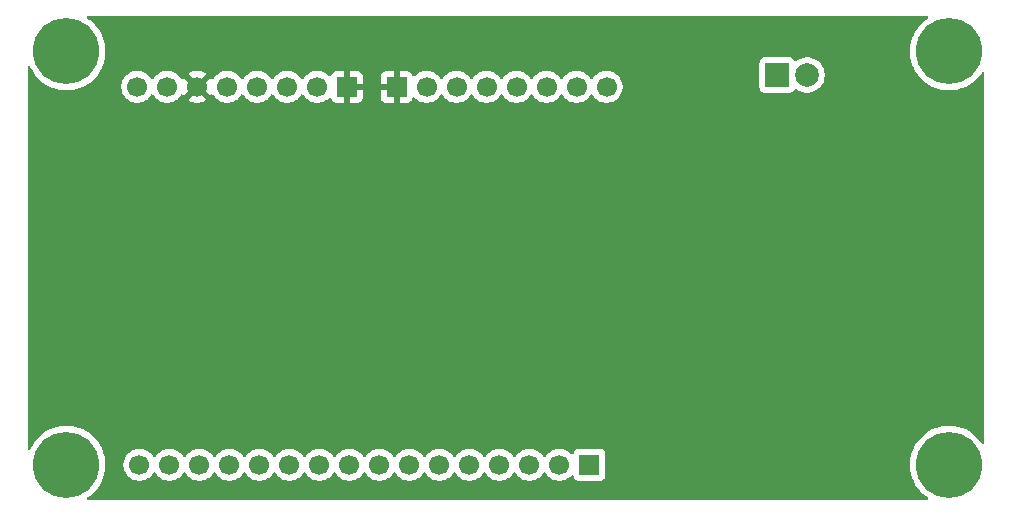
<source format=gbr>
%TF.GenerationSoftware,KiCad,Pcbnew,9.0.3*%
%TF.CreationDate,2025-07-17T21:40:03-07:00*%
%TF.ProjectId,DAQ_dev_board,4441515f-6465-4765-9f62-6f6172642e6b,rev?*%
%TF.SameCoordinates,Original*%
%TF.FileFunction,Copper,L2,Bot*%
%TF.FilePolarity,Positive*%
%FSLAX46Y46*%
G04 Gerber Fmt 4.6, Leading zero omitted, Abs format (unit mm)*
G04 Created by KiCad (PCBNEW 9.0.3) date 2025-07-17 21:40:03*
%MOMM*%
%LPD*%
G01*
G04 APERTURE LIST*
%TA.AperFunction,ComponentPad*%
%ADD10R,1.700000X1.700000*%
%TD*%
%TA.AperFunction,ComponentPad*%
%ADD11C,1.700000*%
%TD*%
%TA.AperFunction,ComponentPad*%
%ADD12R,2.000000X2.000000*%
%TD*%
%TA.AperFunction,ComponentPad*%
%ADD13C,2.000000*%
%TD*%
%TA.AperFunction,ComponentPad*%
%ADD14C,5.600000*%
%TD*%
%TA.AperFunction,ViaPad*%
%ADD15C,0.600000*%
%TD*%
G04 APERTURE END LIST*
D10*
%TO.P,J3,1,Pin_1*%
%TO.N,GND*%
X142960000Y-86500000D03*
D11*
%TO.P,J3,2,Pin_2*%
%TO.N,Net-(J3-Pin_2)*%
X145500000Y-86500000D03*
%TO.P,J3,3,Pin_3*%
%TO.N,Net-(J3-Pin_3)*%
X148040000Y-86500000D03*
%TO.P,J3,4,Pin_4*%
%TO.N,Net-(J3-Pin_4)*%
X150580000Y-86500000D03*
%TO.P,J3,5,Pin_5*%
%TO.N,Net-(J3-Pin_5)*%
X153120000Y-86500000D03*
%TO.P,J3,6,Pin_6*%
%TO.N,Net-(J3-Pin_6)*%
X155660000Y-86500000D03*
%TO.P,J3,7,Pin_7*%
%TO.N,Net-(J3-Pin_7)*%
X158200000Y-86500000D03*
%TO.P,J3,8,Pin_8*%
%TO.N,Net-(J3-Pin_8)*%
X160740000Y-86500000D03*
%TD*%
D10*
%TO.P,J2,1,Pin_1*%
%TO.N,Net-(J2-Pin_1)*%
X159285000Y-118500000D03*
D11*
%TO.P,J2,2,Pin_2*%
%TO.N,Net-(J2-Pin_2)*%
X156745000Y-118500000D03*
%TO.P,J2,3,Pin_3*%
%TO.N,Net-(J2-Pin_3)*%
X154205000Y-118500000D03*
%TO.P,J2,4,Pin_4*%
%TO.N,Net-(J2-Pin_4)*%
X151665000Y-118500000D03*
%TO.P,J2,5,Pin_5*%
%TO.N,Net-(J2-Pin_5)*%
X149125000Y-118500000D03*
%TO.P,J2,6,Pin_6*%
%TO.N,Net-(J2-Pin_6)*%
X146585000Y-118500000D03*
%TO.P,J2,7,Pin_7*%
%TO.N,Net-(J2-Pin_7)*%
X144045000Y-118500000D03*
%TO.P,J2,8,Pin_8*%
%TO.N,Net-(J2-Pin_8)*%
X141505000Y-118500000D03*
%TO.P,J2,9,Pin_9*%
%TO.N,Net-(J2-Pin_9)*%
X138965000Y-118500000D03*
%TO.P,J2,10,Pin_10*%
%TO.N,Net-(J2-Pin_10)*%
X136425000Y-118500000D03*
%TO.P,J2,11,Pin_11*%
%TO.N,Net-(J2-Pin_11)*%
X133885000Y-118500000D03*
%TO.P,J2,12,Pin_12*%
%TO.N,Net-(J2-Pin_12)*%
X131345000Y-118500000D03*
%TO.P,J2,13,Pin_13*%
%TO.N,Net-(J2-Pin_13)*%
X128805000Y-118500000D03*
%TO.P,J2,14,Pin_14*%
%TO.N,Net-(J2-Pin_14)*%
X126265000Y-118500000D03*
%TO.P,J2,15,Pin_15*%
%TO.N,Net-(J2-Pin_15)*%
X123725000Y-118500000D03*
%TO.P,J2,16,Pin_16*%
%TO.N,Net-(J2-Pin_16)*%
X121185000Y-118500000D03*
%TD*%
D12*
%TO.P,J1,1,Pin_1*%
%TO.N,/+*%
X175185000Y-85500000D03*
D13*
%TO.P,J1,2,Pin_2*%
%TO.N,/-*%
X177725000Y-85500000D03*
%TD*%
D14*
%TO.P,REF\u002A\u002A,1*%
%TO.N,N/C*%
X115000000Y-83500000D03*
%TD*%
D10*
%TO.P,J5,1,Pin_1*%
%TO.N,GND*%
X138780000Y-86500000D03*
D11*
%TO.P,J5,2,Pin_2*%
%TO.N,Net-(J5-Pin_2)*%
X136240000Y-86500000D03*
%TO.P,J5,3,Pin_3*%
%TO.N,Net-(J5-Pin_3)*%
X133700000Y-86500000D03*
%TO.P,J5,4,Pin_4*%
%TO.N,Net-(J5-Pin_4)*%
X131160000Y-86500000D03*
%TO.P,J5,5,Pin_5*%
%TO.N,Net-(J5-Pin_5)*%
X128620000Y-86500000D03*
%TO.P,J5,6,Pin_6*%
%TO.N,GND*%
X126080000Y-86500000D03*
%TO.P,J5,7,Pin_7*%
%TO.N,+5V*%
X123540000Y-86500000D03*
%TO.P,J5,8,Pin_8*%
%TO.N,Net-(J5-Pin_8)*%
X121000000Y-86500000D03*
%TD*%
D14*
%TO.P,REF\u002A\u002A,1*%
%TO.N,N/C*%
X189725000Y-83500000D03*
%TD*%
%TO.P,REF\u002A\u002A,1*%
%TO.N,N/C*%
X189725000Y-118500000D03*
%TD*%
%TO.P,MAD 2025,1*%
%TO.N,N/C*%
X115000000Y-118500000D03*
%TD*%
D15*
%TO.N,GND*%
X146225000Y-103000000D03*
X126500000Y-89000000D03*
X145225000Y-98500000D03*
X166450000Y-103500000D03*
X173761200Y-116405000D03*
X161775000Y-97250000D03*
X161775000Y-102750000D03*
X185275000Y-99000000D03*
X181275000Y-97000000D03*
X156775000Y-106500000D03*
X151500000Y-95500000D03*
X163500000Y-83000000D03*
X168675000Y-92000000D03*
X141000000Y-86500000D03*
X170675000Y-97000000D03*
X169285991Y-116678474D03*
X135225000Y-101500000D03*
X185275000Y-102000000D03*
X149725000Y-112550000D03*
X166500000Y-106500000D03*
%TD*%
%TA.AperFunction,Conductor*%
%TO.N,GND*%
G36*
X187897054Y-80510043D02*
G01*
X187929721Y-80519005D01*
X187930490Y-80519861D01*
X187931593Y-80520185D01*
X187953749Y-80545754D01*
X187976411Y-80570983D01*
X187976595Y-80572120D01*
X187977348Y-80572989D01*
X187982168Y-80606511D01*
X187987587Y-80639953D01*
X187987128Y-80641007D01*
X187987292Y-80642147D01*
X187973207Y-80672988D01*
X187959701Y-80704017D01*
X187958575Y-80705028D01*
X187958267Y-80705703D01*
X187933445Y-80727602D01*
X187756532Y-80845811D01*
X187756518Y-80845821D01*
X187505841Y-81051546D01*
X187276546Y-81280841D01*
X187070821Y-81531518D01*
X187070811Y-81531532D01*
X186890657Y-81801151D01*
X186890646Y-81801169D01*
X186737788Y-82087145D01*
X186737786Y-82087150D01*
X186613686Y-82386752D01*
X186519548Y-82697086D01*
X186519545Y-82697097D01*
X186456287Y-83015125D01*
X186456284Y-83015142D01*
X186424500Y-83337860D01*
X186424500Y-83662139D01*
X186456284Y-83984857D01*
X186456287Y-83984874D01*
X186519545Y-84302902D01*
X186519548Y-84302913D01*
X186613686Y-84613247D01*
X186737786Y-84912849D01*
X186737788Y-84912854D01*
X186890646Y-85198830D01*
X186890657Y-85198848D01*
X187070811Y-85468467D01*
X187070821Y-85468481D01*
X187276546Y-85719158D01*
X187505841Y-85948453D01*
X187505846Y-85948457D01*
X187505847Y-85948458D01*
X187756524Y-86154183D01*
X188026158Y-86334347D01*
X188026167Y-86334352D01*
X188026169Y-86334353D01*
X188312145Y-86487211D01*
X188312147Y-86487211D01*
X188312153Y-86487215D01*
X188611754Y-86611314D01*
X188922077Y-86705449D01*
X188922083Y-86705450D01*
X188922086Y-86705451D01*
X188922097Y-86705454D01*
X189121528Y-86745122D01*
X189240132Y-86768714D01*
X189562857Y-86800500D01*
X189562860Y-86800500D01*
X189887140Y-86800500D01*
X189887143Y-86800500D01*
X190209868Y-86768714D01*
X190372493Y-86736366D01*
X190527902Y-86705454D01*
X190527913Y-86705451D01*
X190527913Y-86705450D01*
X190527923Y-86705449D01*
X190838246Y-86611314D01*
X191137847Y-86487215D01*
X191423842Y-86334347D01*
X191693476Y-86154183D01*
X191944153Y-85948458D01*
X192173458Y-85719153D01*
X192379183Y-85468476D01*
X192497398Y-85291554D01*
X192551010Y-85246749D01*
X192620335Y-85238042D01*
X192683362Y-85268196D01*
X192720082Y-85327639D01*
X192724500Y-85360445D01*
X192724500Y-116639554D01*
X192704815Y-116706593D01*
X192652011Y-116752348D01*
X192582853Y-116762292D01*
X192519297Y-116733267D01*
X192497398Y-116708445D01*
X192379188Y-116531532D01*
X192379183Y-116531524D01*
X192173458Y-116280847D01*
X192173457Y-116280846D01*
X192173453Y-116280841D01*
X191944158Y-116051546D01*
X191693481Y-115845821D01*
X191693480Y-115845820D01*
X191693476Y-115845817D01*
X191423842Y-115665653D01*
X191423837Y-115665650D01*
X191423830Y-115665646D01*
X191137854Y-115512788D01*
X191137849Y-115512786D01*
X190838247Y-115388686D01*
X190527913Y-115294548D01*
X190527902Y-115294545D01*
X190209874Y-115231287D01*
X190209857Y-115231284D01*
X189965812Y-115207248D01*
X189887143Y-115199500D01*
X189562857Y-115199500D01*
X189490099Y-115206666D01*
X189240142Y-115231284D01*
X189240125Y-115231287D01*
X188922097Y-115294545D01*
X188922086Y-115294548D01*
X188611752Y-115388686D01*
X188312150Y-115512786D01*
X188312145Y-115512788D01*
X188026169Y-115665646D01*
X188026151Y-115665657D01*
X187756532Y-115845811D01*
X187756518Y-115845821D01*
X187505841Y-116051546D01*
X187276546Y-116280841D01*
X187070821Y-116531518D01*
X187070811Y-116531532D01*
X186890657Y-116801151D01*
X186890646Y-116801169D01*
X186737788Y-117087145D01*
X186737786Y-117087150D01*
X186613686Y-117386752D01*
X186519548Y-117697086D01*
X186519545Y-117697097D01*
X186456287Y-118015125D01*
X186456284Y-118015142D01*
X186424500Y-118337860D01*
X186424500Y-118662139D01*
X186456284Y-118984857D01*
X186456287Y-118984874D01*
X186519545Y-119302902D01*
X186519548Y-119302913D01*
X186613686Y-119613247D01*
X186737786Y-119912849D01*
X186737788Y-119912854D01*
X186890646Y-120198830D01*
X186890657Y-120198848D01*
X187070811Y-120468467D01*
X187070821Y-120468481D01*
X187276546Y-120719158D01*
X187505841Y-120948453D01*
X187505846Y-120948457D01*
X187505847Y-120948458D01*
X187756524Y-121154183D01*
X187933445Y-121272398D01*
X187978250Y-121326010D01*
X187986957Y-121395335D01*
X187956803Y-121458362D01*
X187897360Y-121495082D01*
X187864554Y-121499500D01*
X116860446Y-121499500D01*
X116793407Y-121479815D01*
X116747652Y-121427011D01*
X116737708Y-121357853D01*
X116766733Y-121294297D01*
X116791555Y-121272398D01*
X116968476Y-121154183D01*
X117219153Y-120948458D01*
X117448458Y-120719153D01*
X117654183Y-120468476D01*
X117834347Y-120198842D01*
X117987215Y-119912847D01*
X118111314Y-119613246D01*
X118205449Y-119302923D01*
X118205451Y-119302913D01*
X118205454Y-119302902D01*
X118262041Y-119018414D01*
X118268714Y-118984868D01*
X118300500Y-118662143D01*
X118300500Y-118393713D01*
X119834500Y-118393713D01*
X119834500Y-118606287D01*
X119867754Y-118816243D01*
X119922540Y-118984857D01*
X119933444Y-119018414D01*
X120029951Y-119207820D01*
X120154890Y-119379786D01*
X120305213Y-119530109D01*
X120477179Y-119655048D01*
X120477181Y-119655049D01*
X120477184Y-119655051D01*
X120666588Y-119751557D01*
X120868757Y-119817246D01*
X121078713Y-119850500D01*
X121078714Y-119850500D01*
X121291286Y-119850500D01*
X121291287Y-119850500D01*
X121501243Y-119817246D01*
X121703412Y-119751557D01*
X121892816Y-119655051D01*
X121979138Y-119592335D01*
X122064786Y-119530109D01*
X122064788Y-119530106D01*
X122064792Y-119530104D01*
X122215104Y-119379792D01*
X122215106Y-119379788D01*
X122215109Y-119379786D01*
X122340048Y-119207820D01*
X122340047Y-119207820D01*
X122340051Y-119207816D01*
X122344514Y-119199054D01*
X122392488Y-119148259D01*
X122460308Y-119131463D01*
X122526444Y-119153999D01*
X122565486Y-119199056D01*
X122569951Y-119207820D01*
X122694890Y-119379786D01*
X122845213Y-119530109D01*
X123017179Y-119655048D01*
X123017181Y-119655049D01*
X123017184Y-119655051D01*
X123206588Y-119751557D01*
X123408757Y-119817246D01*
X123618713Y-119850500D01*
X123618714Y-119850500D01*
X123831286Y-119850500D01*
X123831287Y-119850500D01*
X124041243Y-119817246D01*
X124243412Y-119751557D01*
X124432816Y-119655051D01*
X124519138Y-119592335D01*
X124604786Y-119530109D01*
X124604788Y-119530106D01*
X124604792Y-119530104D01*
X124755104Y-119379792D01*
X124755106Y-119379788D01*
X124755109Y-119379786D01*
X124880048Y-119207820D01*
X124880047Y-119207820D01*
X124880051Y-119207816D01*
X124884514Y-119199054D01*
X124932488Y-119148259D01*
X125000308Y-119131463D01*
X125066444Y-119153999D01*
X125105486Y-119199056D01*
X125109951Y-119207820D01*
X125234890Y-119379786D01*
X125385213Y-119530109D01*
X125557179Y-119655048D01*
X125557181Y-119655049D01*
X125557184Y-119655051D01*
X125746588Y-119751557D01*
X125948757Y-119817246D01*
X126158713Y-119850500D01*
X126158714Y-119850500D01*
X126371286Y-119850500D01*
X126371287Y-119850500D01*
X126581243Y-119817246D01*
X126783412Y-119751557D01*
X126972816Y-119655051D01*
X127059138Y-119592335D01*
X127144786Y-119530109D01*
X127144788Y-119530106D01*
X127144792Y-119530104D01*
X127295104Y-119379792D01*
X127295106Y-119379788D01*
X127295109Y-119379786D01*
X127420048Y-119207820D01*
X127420047Y-119207820D01*
X127420051Y-119207816D01*
X127424514Y-119199054D01*
X127472488Y-119148259D01*
X127540308Y-119131463D01*
X127606444Y-119153999D01*
X127645486Y-119199056D01*
X127649951Y-119207820D01*
X127774890Y-119379786D01*
X127925213Y-119530109D01*
X128097179Y-119655048D01*
X128097181Y-119655049D01*
X128097184Y-119655051D01*
X128286588Y-119751557D01*
X128488757Y-119817246D01*
X128698713Y-119850500D01*
X128698714Y-119850500D01*
X128911286Y-119850500D01*
X128911287Y-119850500D01*
X129121243Y-119817246D01*
X129323412Y-119751557D01*
X129512816Y-119655051D01*
X129599138Y-119592335D01*
X129684786Y-119530109D01*
X129684788Y-119530106D01*
X129684792Y-119530104D01*
X129835104Y-119379792D01*
X129835106Y-119379788D01*
X129835109Y-119379786D01*
X129960048Y-119207820D01*
X129960047Y-119207820D01*
X129960051Y-119207816D01*
X129964514Y-119199054D01*
X130012488Y-119148259D01*
X130080308Y-119131463D01*
X130146444Y-119153999D01*
X130185486Y-119199056D01*
X130189951Y-119207820D01*
X130314890Y-119379786D01*
X130465213Y-119530109D01*
X130637179Y-119655048D01*
X130637181Y-119655049D01*
X130637184Y-119655051D01*
X130826588Y-119751557D01*
X131028757Y-119817246D01*
X131238713Y-119850500D01*
X131238714Y-119850500D01*
X131451286Y-119850500D01*
X131451287Y-119850500D01*
X131661243Y-119817246D01*
X131863412Y-119751557D01*
X132052816Y-119655051D01*
X132139138Y-119592335D01*
X132224786Y-119530109D01*
X132224788Y-119530106D01*
X132224792Y-119530104D01*
X132375104Y-119379792D01*
X132375106Y-119379788D01*
X132375109Y-119379786D01*
X132500048Y-119207820D01*
X132500047Y-119207820D01*
X132500051Y-119207816D01*
X132504514Y-119199054D01*
X132552488Y-119148259D01*
X132620308Y-119131463D01*
X132686444Y-119153999D01*
X132725486Y-119199056D01*
X132729951Y-119207820D01*
X132854890Y-119379786D01*
X133005213Y-119530109D01*
X133177179Y-119655048D01*
X133177181Y-119655049D01*
X133177184Y-119655051D01*
X133366588Y-119751557D01*
X133568757Y-119817246D01*
X133778713Y-119850500D01*
X133778714Y-119850500D01*
X133991286Y-119850500D01*
X133991287Y-119850500D01*
X134201243Y-119817246D01*
X134403412Y-119751557D01*
X134592816Y-119655051D01*
X134679138Y-119592335D01*
X134764786Y-119530109D01*
X134764788Y-119530106D01*
X134764792Y-119530104D01*
X134915104Y-119379792D01*
X134915106Y-119379788D01*
X134915109Y-119379786D01*
X135040048Y-119207820D01*
X135040047Y-119207820D01*
X135040051Y-119207816D01*
X135044514Y-119199054D01*
X135092488Y-119148259D01*
X135160308Y-119131463D01*
X135226444Y-119153999D01*
X135265486Y-119199056D01*
X135269951Y-119207820D01*
X135394890Y-119379786D01*
X135545213Y-119530109D01*
X135717179Y-119655048D01*
X135717181Y-119655049D01*
X135717184Y-119655051D01*
X135906588Y-119751557D01*
X136108757Y-119817246D01*
X136318713Y-119850500D01*
X136318714Y-119850500D01*
X136531286Y-119850500D01*
X136531287Y-119850500D01*
X136741243Y-119817246D01*
X136943412Y-119751557D01*
X137132816Y-119655051D01*
X137219138Y-119592335D01*
X137304786Y-119530109D01*
X137304788Y-119530106D01*
X137304792Y-119530104D01*
X137455104Y-119379792D01*
X137455106Y-119379788D01*
X137455109Y-119379786D01*
X137580048Y-119207820D01*
X137580047Y-119207820D01*
X137580051Y-119207816D01*
X137584514Y-119199054D01*
X137632488Y-119148259D01*
X137700308Y-119131463D01*
X137766444Y-119153999D01*
X137805486Y-119199056D01*
X137809951Y-119207820D01*
X137934890Y-119379786D01*
X138085213Y-119530109D01*
X138257179Y-119655048D01*
X138257181Y-119655049D01*
X138257184Y-119655051D01*
X138446588Y-119751557D01*
X138648757Y-119817246D01*
X138858713Y-119850500D01*
X138858714Y-119850500D01*
X139071286Y-119850500D01*
X139071287Y-119850500D01*
X139281243Y-119817246D01*
X139483412Y-119751557D01*
X139672816Y-119655051D01*
X139759138Y-119592335D01*
X139844786Y-119530109D01*
X139844788Y-119530106D01*
X139844792Y-119530104D01*
X139995104Y-119379792D01*
X139995106Y-119379788D01*
X139995109Y-119379786D01*
X140120048Y-119207820D01*
X140120047Y-119207820D01*
X140120051Y-119207816D01*
X140124514Y-119199054D01*
X140172488Y-119148259D01*
X140240308Y-119131463D01*
X140306444Y-119153999D01*
X140345486Y-119199056D01*
X140349951Y-119207820D01*
X140474890Y-119379786D01*
X140625213Y-119530109D01*
X140797179Y-119655048D01*
X140797181Y-119655049D01*
X140797184Y-119655051D01*
X140986588Y-119751557D01*
X141188757Y-119817246D01*
X141398713Y-119850500D01*
X141398714Y-119850500D01*
X141611286Y-119850500D01*
X141611287Y-119850500D01*
X141821243Y-119817246D01*
X142023412Y-119751557D01*
X142212816Y-119655051D01*
X142299138Y-119592335D01*
X142384786Y-119530109D01*
X142384788Y-119530106D01*
X142384792Y-119530104D01*
X142535104Y-119379792D01*
X142535106Y-119379788D01*
X142535109Y-119379786D01*
X142660048Y-119207820D01*
X142660047Y-119207820D01*
X142660051Y-119207816D01*
X142664514Y-119199054D01*
X142712488Y-119148259D01*
X142780308Y-119131463D01*
X142846444Y-119153999D01*
X142885486Y-119199056D01*
X142889951Y-119207820D01*
X143014890Y-119379786D01*
X143165213Y-119530109D01*
X143337179Y-119655048D01*
X143337181Y-119655049D01*
X143337184Y-119655051D01*
X143526588Y-119751557D01*
X143728757Y-119817246D01*
X143938713Y-119850500D01*
X143938714Y-119850500D01*
X144151286Y-119850500D01*
X144151287Y-119850500D01*
X144361243Y-119817246D01*
X144563412Y-119751557D01*
X144752816Y-119655051D01*
X144839138Y-119592335D01*
X144924786Y-119530109D01*
X144924788Y-119530106D01*
X144924792Y-119530104D01*
X145075104Y-119379792D01*
X145075106Y-119379788D01*
X145075109Y-119379786D01*
X145200048Y-119207820D01*
X145200047Y-119207820D01*
X145200051Y-119207816D01*
X145204514Y-119199054D01*
X145252488Y-119148259D01*
X145320308Y-119131463D01*
X145386444Y-119153999D01*
X145425486Y-119199056D01*
X145429951Y-119207820D01*
X145554890Y-119379786D01*
X145705213Y-119530109D01*
X145877179Y-119655048D01*
X145877181Y-119655049D01*
X145877184Y-119655051D01*
X146066588Y-119751557D01*
X146268757Y-119817246D01*
X146478713Y-119850500D01*
X146478714Y-119850500D01*
X146691286Y-119850500D01*
X146691287Y-119850500D01*
X146901243Y-119817246D01*
X147103412Y-119751557D01*
X147292816Y-119655051D01*
X147379138Y-119592335D01*
X147464786Y-119530109D01*
X147464788Y-119530106D01*
X147464792Y-119530104D01*
X147615104Y-119379792D01*
X147615106Y-119379788D01*
X147615109Y-119379786D01*
X147740048Y-119207820D01*
X147740047Y-119207820D01*
X147740051Y-119207816D01*
X147744514Y-119199054D01*
X147792488Y-119148259D01*
X147860308Y-119131463D01*
X147926444Y-119153999D01*
X147965486Y-119199056D01*
X147969951Y-119207820D01*
X148094890Y-119379786D01*
X148245213Y-119530109D01*
X148417179Y-119655048D01*
X148417181Y-119655049D01*
X148417184Y-119655051D01*
X148606588Y-119751557D01*
X148808757Y-119817246D01*
X149018713Y-119850500D01*
X149018714Y-119850500D01*
X149231286Y-119850500D01*
X149231287Y-119850500D01*
X149441243Y-119817246D01*
X149643412Y-119751557D01*
X149832816Y-119655051D01*
X149919138Y-119592335D01*
X150004786Y-119530109D01*
X150004788Y-119530106D01*
X150004792Y-119530104D01*
X150155104Y-119379792D01*
X150155106Y-119379788D01*
X150155109Y-119379786D01*
X150280048Y-119207820D01*
X150280047Y-119207820D01*
X150280051Y-119207816D01*
X150284514Y-119199054D01*
X150332488Y-119148259D01*
X150400308Y-119131463D01*
X150466444Y-119153999D01*
X150505486Y-119199056D01*
X150509951Y-119207820D01*
X150634890Y-119379786D01*
X150785213Y-119530109D01*
X150957179Y-119655048D01*
X150957181Y-119655049D01*
X150957184Y-119655051D01*
X151146588Y-119751557D01*
X151348757Y-119817246D01*
X151558713Y-119850500D01*
X151558714Y-119850500D01*
X151771286Y-119850500D01*
X151771287Y-119850500D01*
X151981243Y-119817246D01*
X152183412Y-119751557D01*
X152372816Y-119655051D01*
X152459138Y-119592335D01*
X152544786Y-119530109D01*
X152544788Y-119530106D01*
X152544792Y-119530104D01*
X152695104Y-119379792D01*
X152695106Y-119379788D01*
X152695109Y-119379786D01*
X152820048Y-119207820D01*
X152820047Y-119207820D01*
X152820051Y-119207816D01*
X152824514Y-119199054D01*
X152872488Y-119148259D01*
X152940308Y-119131463D01*
X153006444Y-119153999D01*
X153045486Y-119199056D01*
X153049951Y-119207820D01*
X153174890Y-119379786D01*
X153325213Y-119530109D01*
X153497179Y-119655048D01*
X153497181Y-119655049D01*
X153497184Y-119655051D01*
X153686588Y-119751557D01*
X153888757Y-119817246D01*
X154098713Y-119850500D01*
X154098714Y-119850500D01*
X154311286Y-119850500D01*
X154311287Y-119850500D01*
X154521243Y-119817246D01*
X154723412Y-119751557D01*
X154912816Y-119655051D01*
X154999138Y-119592335D01*
X155084786Y-119530109D01*
X155084788Y-119530106D01*
X155084792Y-119530104D01*
X155235104Y-119379792D01*
X155235106Y-119379788D01*
X155235109Y-119379786D01*
X155360048Y-119207820D01*
X155360047Y-119207820D01*
X155360051Y-119207816D01*
X155364514Y-119199054D01*
X155412488Y-119148259D01*
X155480308Y-119131463D01*
X155546444Y-119153999D01*
X155585486Y-119199056D01*
X155589951Y-119207820D01*
X155714890Y-119379786D01*
X155865213Y-119530109D01*
X156037179Y-119655048D01*
X156037181Y-119655049D01*
X156037184Y-119655051D01*
X156226588Y-119751557D01*
X156428757Y-119817246D01*
X156638713Y-119850500D01*
X156638714Y-119850500D01*
X156851286Y-119850500D01*
X156851287Y-119850500D01*
X157061243Y-119817246D01*
X157263412Y-119751557D01*
X157452816Y-119655051D01*
X157624792Y-119530104D01*
X157738329Y-119416566D01*
X157799648Y-119383084D01*
X157869340Y-119388068D01*
X157925274Y-119429939D01*
X157942189Y-119460917D01*
X157991202Y-119592328D01*
X157991206Y-119592335D01*
X158077452Y-119707544D01*
X158077455Y-119707547D01*
X158192664Y-119793793D01*
X158192671Y-119793797D01*
X158327517Y-119844091D01*
X158327516Y-119844091D01*
X158334444Y-119844835D01*
X158387127Y-119850500D01*
X160182872Y-119850499D01*
X160242483Y-119844091D01*
X160377331Y-119793796D01*
X160492546Y-119707546D01*
X160578796Y-119592331D01*
X160629091Y-119457483D01*
X160635500Y-119397873D01*
X160635499Y-117602128D01*
X160629091Y-117542517D01*
X160627810Y-117539083D01*
X160578797Y-117407671D01*
X160578793Y-117407664D01*
X160492547Y-117292455D01*
X160492544Y-117292452D01*
X160377335Y-117206206D01*
X160377328Y-117206202D01*
X160242482Y-117155908D01*
X160242483Y-117155908D01*
X160182883Y-117149501D01*
X160182881Y-117149500D01*
X160182873Y-117149500D01*
X160182864Y-117149500D01*
X158387129Y-117149500D01*
X158387123Y-117149501D01*
X158327516Y-117155908D01*
X158192671Y-117206202D01*
X158192664Y-117206206D01*
X158077455Y-117292452D01*
X158077452Y-117292455D01*
X157991206Y-117407664D01*
X157991203Y-117407669D01*
X157942189Y-117539083D01*
X157900317Y-117595016D01*
X157834853Y-117619433D01*
X157766580Y-117604581D01*
X157738326Y-117583430D01*
X157624786Y-117469890D01*
X157452820Y-117344951D01*
X157263414Y-117248444D01*
X157263413Y-117248443D01*
X157263412Y-117248443D01*
X157061243Y-117182754D01*
X157061241Y-117182753D01*
X157061240Y-117182753D01*
X156899957Y-117157208D01*
X156851287Y-117149500D01*
X156638713Y-117149500D01*
X156590042Y-117157208D01*
X156428760Y-117182753D01*
X156226585Y-117248444D01*
X156037179Y-117344951D01*
X155865213Y-117469890D01*
X155714890Y-117620213D01*
X155589949Y-117792182D01*
X155585484Y-117800946D01*
X155537509Y-117851742D01*
X155469688Y-117868536D01*
X155403553Y-117845998D01*
X155364516Y-117800946D01*
X155360050Y-117792182D01*
X155235109Y-117620213D01*
X155084786Y-117469890D01*
X154912820Y-117344951D01*
X154723414Y-117248444D01*
X154723413Y-117248443D01*
X154723412Y-117248443D01*
X154521243Y-117182754D01*
X154521241Y-117182753D01*
X154521240Y-117182753D01*
X154359957Y-117157208D01*
X154311287Y-117149500D01*
X154098713Y-117149500D01*
X154050042Y-117157208D01*
X153888760Y-117182753D01*
X153686585Y-117248444D01*
X153497179Y-117344951D01*
X153325213Y-117469890D01*
X153174890Y-117620213D01*
X153049949Y-117792182D01*
X153045484Y-117800946D01*
X152997509Y-117851742D01*
X152929688Y-117868536D01*
X152863553Y-117845998D01*
X152824516Y-117800946D01*
X152820050Y-117792182D01*
X152695109Y-117620213D01*
X152544786Y-117469890D01*
X152372820Y-117344951D01*
X152183414Y-117248444D01*
X152183413Y-117248443D01*
X152183412Y-117248443D01*
X151981243Y-117182754D01*
X151981241Y-117182753D01*
X151981240Y-117182753D01*
X151819957Y-117157208D01*
X151771287Y-117149500D01*
X151558713Y-117149500D01*
X151510042Y-117157208D01*
X151348760Y-117182753D01*
X151146585Y-117248444D01*
X150957179Y-117344951D01*
X150785213Y-117469890D01*
X150634890Y-117620213D01*
X150509949Y-117792182D01*
X150505484Y-117800946D01*
X150457509Y-117851742D01*
X150389688Y-117868536D01*
X150323553Y-117845998D01*
X150284516Y-117800946D01*
X150280050Y-117792182D01*
X150155109Y-117620213D01*
X150004786Y-117469890D01*
X149832820Y-117344951D01*
X149643414Y-117248444D01*
X149643413Y-117248443D01*
X149643412Y-117248443D01*
X149441243Y-117182754D01*
X149441241Y-117182753D01*
X149441240Y-117182753D01*
X149279957Y-117157208D01*
X149231287Y-117149500D01*
X149018713Y-117149500D01*
X148970042Y-117157208D01*
X148808760Y-117182753D01*
X148606585Y-117248444D01*
X148417179Y-117344951D01*
X148245213Y-117469890D01*
X148094890Y-117620213D01*
X147969949Y-117792182D01*
X147965484Y-117800946D01*
X147917509Y-117851742D01*
X147849688Y-117868536D01*
X147783553Y-117845998D01*
X147744516Y-117800946D01*
X147740050Y-117792182D01*
X147615109Y-117620213D01*
X147464786Y-117469890D01*
X147292820Y-117344951D01*
X147103414Y-117248444D01*
X147103413Y-117248443D01*
X147103412Y-117248443D01*
X146901243Y-117182754D01*
X146901241Y-117182753D01*
X146901240Y-117182753D01*
X146739957Y-117157208D01*
X146691287Y-117149500D01*
X146478713Y-117149500D01*
X146430042Y-117157208D01*
X146268760Y-117182753D01*
X146066585Y-117248444D01*
X145877179Y-117344951D01*
X145705213Y-117469890D01*
X145554890Y-117620213D01*
X145429949Y-117792182D01*
X145425484Y-117800946D01*
X145377509Y-117851742D01*
X145309688Y-117868536D01*
X145243553Y-117845998D01*
X145204516Y-117800946D01*
X145200050Y-117792182D01*
X145075109Y-117620213D01*
X144924786Y-117469890D01*
X144752820Y-117344951D01*
X144563414Y-117248444D01*
X144563413Y-117248443D01*
X144563412Y-117248443D01*
X144361243Y-117182754D01*
X144361241Y-117182753D01*
X144361240Y-117182753D01*
X144199957Y-117157208D01*
X144151287Y-117149500D01*
X143938713Y-117149500D01*
X143890042Y-117157208D01*
X143728760Y-117182753D01*
X143526585Y-117248444D01*
X143337179Y-117344951D01*
X143165213Y-117469890D01*
X143014890Y-117620213D01*
X142889949Y-117792182D01*
X142885484Y-117800946D01*
X142837509Y-117851742D01*
X142769688Y-117868536D01*
X142703553Y-117845998D01*
X142664516Y-117800946D01*
X142660050Y-117792182D01*
X142535109Y-117620213D01*
X142384786Y-117469890D01*
X142212820Y-117344951D01*
X142023414Y-117248444D01*
X142023413Y-117248443D01*
X142023412Y-117248443D01*
X141821243Y-117182754D01*
X141821241Y-117182753D01*
X141821240Y-117182753D01*
X141659957Y-117157208D01*
X141611287Y-117149500D01*
X141398713Y-117149500D01*
X141350042Y-117157208D01*
X141188760Y-117182753D01*
X140986585Y-117248444D01*
X140797179Y-117344951D01*
X140625213Y-117469890D01*
X140474890Y-117620213D01*
X140349949Y-117792182D01*
X140345484Y-117800946D01*
X140297509Y-117851742D01*
X140229688Y-117868536D01*
X140163553Y-117845998D01*
X140124516Y-117800946D01*
X140120050Y-117792182D01*
X139995109Y-117620213D01*
X139844786Y-117469890D01*
X139672820Y-117344951D01*
X139483414Y-117248444D01*
X139483413Y-117248443D01*
X139483412Y-117248443D01*
X139281243Y-117182754D01*
X139281241Y-117182753D01*
X139281240Y-117182753D01*
X139119957Y-117157208D01*
X139071287Y-117149500D01*
X138858713Y-117149500D01*
X138810042Y-117157208D01*
X138648760Y-117182753D01*
X138446585Y-117248444D01*
X138257179Y-117344951D01*
X138085213Y-117469890D01*
X137934890Y-117620213D01*
X137809949Y-117792182D01*
X137805484Y-117800946D01*
X137757509Y-117851742D01*
X137689688Y-117868536D01*
X137623553Y-117845998D01*
X137584516Y-117800946D01*
X137580050Y-117792182D01*
X137455109Y-117620213D01*
X137304786Y-117469890D01*
X137132820Y-117344951D01*
X136943414Y-117248444D01*
X136943413Y-117248443D01*
X136943412Y-117248443D01*
X136741243Y-117182754D01*
X136741241Y-117182753D01*
X136741240Y-117182753D01*
X136579957Y-117157208D01*
X136531287Y-117149500D01*
X136318713Y-117149500D01*
X136270042Y-117157208D01*
X136108760Y-117182753D01*
X135906585Y-117248444D01*
X135717179Y-117344951D01*
X135545213Y-117469890D01*
X135394890Y-117620213D01*
X135269949Y-117792182D01*
X135265484Y-117800946D01*
X135217509Y-117851742D01*
X135149688Y-117868536D01*
X135083553Y-117845998D01*
X135044516Y-117800946D01*
X135040050Y-117792182D01*
X134915109Y-117620213D01*
X134764786Y-117469890D01*
X134592820Y-117344951D01*
X134403414Y-117248444D01*
X134403413Y-117248443D01*
X134403412Y-117248443D01*
X134201243Y-117182754D01*
X134201241Y-117182753D01*
X134201240Y-117182753D01*
X134039957Y-117157208D01*
X133991287Y-117149500D01*
X133778713Y-117149500D01*
X133730042Y-117157208D01*
X133568760Y-117182753D01*
X133366585Y-117248444D01*
X133177179Y-117344951D01*
X133005213Y-117469890D01*
X132854890Y-117620213D01*
X132729949Y-117792182D01*
X132725484Y-117800946D01*
X132677509Y-117851742D01*
X132609688Y-117868536D01*
X132543553Y-117845998D01*
X132504516Y-117800946D01*
X132500050Y-117792182D01*
X132375109Y-117620213D01*
X132224786Y-117469890D01*
X132052820Y-117344951D01*
X131863414Y-117248444D01*
X131863413Y-117248443D01*
X131863412Y-117248443D01*
X131661243Y-117182754D01*
X131661241Y-117182753D01*
X131661240Y-117182753D01*
X131499957Y-117157208D01*
X131451287Y-117149500D01*
X131238713Y-117149500D01*
X131190042Y-117157208D01*
X131028760Y-117182753D01*
X130826585Y-117248444D01*
X130637179Y-117344951D01*
X130465213Y-117469890D01*
X130314890Y-117620213D01*
X130189949Y-117792182D01*
X130185484Y-117800946D01*
X130137509Y-117851742D01*
X130069688Y-117868536D01*
X130003553Y-117845998D01*
X129964516Y-117800946D01*
X129960050Y-117792182D01*
X129835109Y-117620213D01*
X129684786Y-117469890D01*
X129512820Y-117344951D01*
X129323414Y-117248444D01*
X129323413Y-117248443D01*
X129323412Y-117248443D01*
X129121243Y-117182754D01*
X129121241Y-117182753D01*
X129121240Y-117182753D01*
X128959957Y-117157208D01*
X128911287Y-117149500D01*
X128698713Y-117149500D01*
X128650042Y-117157208D01*
X128488760Y-117182753D01*
X128286585Y-117248444D01*
X128097179Y-117344951D01*
X127925213Y-117469890D01*
X127774890Y-117620213D01*
X127649949Y-117792182D01*
X127645484Y-117800946D01*
X127597509Y-117851742D01*
X127529688Y-117868536D01*
X127463553Y-117845998D01*
X127424516Y-117800946D01*
X127420050Y-117792182D01*
X127295109Y-117620213D01*
X127144786Y-117469890D01*
X126972820Y-117344951D01*
X126783414Y-117248444D01*
X126783413Y-117248443D01*
X126783412Y-117248443D01*
X126581243Y-117182754D01*
X126581241Y-117182753D01*
X126581240Y-117182753D01*
X126419957Y-117157208D01*
X126371287Y-117149500D01*
X126158713Y-117149500D01*
X126110042Y-117157208D01*
X125948760Y-117182753D01*
X125746585Y-117248444D01*
X125557179Y-117344951D01*
X125385213Y-117469890D01*
X125234890Y-117620213D01*
X125109949Y-117792182D01*
X125105484Y-117800946D01*
X125057509Y-117851742D01*
X124989688Y-117868536D01*
X124923553Y-117845998D01*
X124884516Y-117800946D01*
X124880050Y-117792182D01*
X124755109Y-117620213D01*
X124604786Y-117469890D01*
X124432820Y-117344951D01*
X124243414Y-117248444D01*
X124243413Y-117248443D01*
X124243412Y-117248443D01*
X124041243Y-117182754D01*
X124041241Y-117182753D01*
X124041240Y-117182753D01*
X123879957Y-117157208D01*
X123831287Y-117149500D01*
X123618713Y-117149500D01*
X123570042Y-117157208D01*
X123408760Y-117182753D01*
X123206585Y-117248444D01*
X123017179Y-117344951D01*
X122845213Y-117469890D01*
X122694890Y-117620213D01*
X122569949Y-117792182D01*
X122565484Y-117800946D01*
X122517509Y-117851742D01*
X122449688Y-117868536D01*
X122383553Y-117845998D01*
X122344516Y-117800946D01*
X122340050Y-117792182D01*
X122215109Y-117620213D01*
X122064786Y-117469890D01*
X121892820Y-117344951D01*
X121703414Y-117248444D01*
X121703413Y-117248443D01*
X121703412Y-117248443D01*
X121501243Y-117182754D01*
X121501241Y-117182753D01*
X121501240Y-117182753D01*
X121339957Y-117157208D01*
X121291287Y-117149500D01*
X121078713Y-117149500D01*
X121030042Y-117157208D01*
X120868760Y-117182753D01*
X120666585Y-117248444D01*
X120477179Y-117344951D01*
X120305213Y-117469890D01*
X120154890Y-117620213D01*
X120029951Y-117792179D01*
X119933444Y-117981585D01*
X119867753Y-118183760D01*
X119843347Y-118337857D01*
X119834500Y-118393713D01*
X118300500Y-118393713D01*
X118300500Y-118337857D01*
X118268714Y-118015132D01*
X118239554Y-117868536D01*
X118205454Y-117697097D01*
X118205451Y-117697086D01*
X118205450Y-117697083D01*
X118205449Y-117697077D01*
X118111314Y-117386754D01*
X117987215Y-117087153D01*
X117834347Y-116801158D01*
X117654183Y-116531524D01*
X117448458Y-116280847D01*
X117448457Y-116280846D01*
X117448453Y-116280841D01*
X117219158Y-116051546D01*
X116968481Y-115845821D01*
X116968480Y-115845820D01*
X116968476Y-115845817D01*
X116698842Y-115665653D01*
X116698837Y-115665650D01*
X116698830Y-115665646D01*
X116412854Y-115512788D01*
X116412849Y-115512786D01*
X116113247Y-115388686D01*
X115802913Y-115294548D01*
X115802902Y-115294545D01*
X115484874Y-115231287D01*
X115484857Y-115231284D01*
X115240812Y-115207248D01*
X115162143Y-115199500D01*
X114837857Y-115199500D01*
X114765099Y-115206666D01*
X114515142Y-115231284D01*
X114515125Y-115231287D01*
X114197097Y-115294545D01*
X114197086Y-115294548D01*
X113886752Y-115388686D01*
X113587150Y-115512786D01*
X113587145Y-115512788D01*
X113301169Y-115665646D01*
X113301151Y-115665657D01*
X113031532Y-115845811D01*
X113031518Y-115845821D01*
X112780841Y-116051546D01*
X112551546Y-116280841D01*
X112345821Y-116531518D01*
X112345811Y-116531532D01*
X112165657Y-116801151D01*
X112165646Y-116801169D01*
X112012788Y-117087145D01*
X112012786Y-117087150D01*
X111964061Y-117204783D01*
X111920220Y-117259186D01*
X111853926Y-117281251D01*
X111786226Y-117263972D01*
X111738616Y-117212834D01*
X111725500Y-117157330D01*
X111725500Y-84842669D01*
X111745185Y-84775630D01*
X111797989Y-84729875D01*
X111867147Y-84719931D01*
X111930703Y-84748956D01*
X111964059Y-84795214D01*
X112000500Y-84883188D01*
X112012786Y-84912849D01*
X112012788Y-84912854D01*
X112165646Y-85198830D01*
X112165657Y-85198848D01*
X112345811Y-85468467D01*
X112345821Y-85468481D01*
X112551546Y-85719158D01*
X112780841Y-85948453D01*
X112780846Y-85948457D01*
X112780847Y-85948458D01*
X113031524Y-86154183D01*
X113301158Y-86334347D01*
X113301167Y-86334352D01*
X113301169Y-86334353D01*
X113587145Y-86487211D01*
X113587147Y-86487211D01*
X113587153Y-86487215D01*
X113886754Y-86611314D01*
X114197077Y-86705449D01*
X114197083Y-86705450D01*
X114197086Y-86705451D01*
X114197097Y-86705454D01*
X114396528Y-86745122D01*
X114515132Y-86768714D01*
X114837857Y-86800500D01*
X114837860Y-86800500D01*
X115162140Y-86800500D01*
X115162143Y-86800500D01*
X115484868Y-86768714D01*
X115647493Y-86736366D01*
X115802902Y-86705454D01*
X115802913Y-86705451D01*
X115802913Y-86705450D01*
X115802923Y-86705449D01*
X116113246Y-86611314D01*
X116412847Y-86487215D01*
X116587776Y-86393713D01*
X119649500Y-86393713D01*
X119649500Y-86606287D01*
X119650296Y-86611313D01*
X119680260Y-86800500D01*
X119682754Y-86816243D01*
X119742622Y-87000498D01*
X119748444Y-87018414D01*
X119844951Y-87207820D01*
X119969890Y-87379786D01*
X120120213Y-87530109D01*
X120292179Y-87655048D01*
X120292181Y-87655049D01*
X120292184Y-87655051D01*
X120481588Y-87751557D01*
X120683757Y-87817246D01*
X120893713Y-87850500D01*
X120893714Y-87850500D01*
X121106286Y-87850500D01*
X121106287Y-87850500D01*
X121316243Y-87817246D01*
X121518412Y-87751557D01*
X121707816Y-87655051D01*
X121794478Y-87592088D01*
X121879786Y-87530109D01*
X121879788Y-87530106D01*
X121879792Y-87530104D01*
X122030104Y-87379792D01*
X122030106Y-87379788D01*
X122030109Y-87379786D01*
X122155048Y-87207820D01*
X122155047Y-87207820D01*
X122155051Y-87207816D01*
X122159514Y-87199054D01*
X122207488Y-87148259D01*
X122275308Y-87131463D01*
X122341444Y-87153999D01*
X122380486Y-87199056D01*
X122384951Y-87207820D01*
X122509890Y-87379786D01*
X122660213Y-87530109D01*
X122832179Y-87655048D01*
X122832181Y-87655049D01*
X122832184Y-87655051D01*
X123021588Y-87751557D01*
X123223757Y-87817246D01*
X123433713Y-87850500D01*
X123433714Y-87850500D01*
X123646286Y-87850500D01*
X123646287Y-87850500D01*
X123856243Y-87817246D01*
X124058412Y-87751557D01*
X124247816Y-87655051D01*
X124334478Y-87592088D01*
X124419786Y-87530109D01*
X124419788Y-87530106D01*
X124419792Y-87530104D01*
X124570104Y-87379792D01*
X124570106Y-87379788D01*
X124570109Y-87379786D01*
X124655890Y-87261717D01*
X124695051Y-87207816D01*
X124699793Y-87198508D01*
X124747763Y-87147711D01*
X124815583Y-87130911D01*
X124881719Y-87153445D01*
X124920763Y-87198500D01*
X124925373Y-87207547D01*
X124964728Y-87261716D01*
X125597037Y-86629408D01*
X125614075Y-86692993D01*
X125679901Y-86807007D01*
X125772993Y-86900099D01*
X125887007Y-86965925D01*
X125950590Y-86982962D01*
X125318282Y-87615269D01*
X125318282Y-87615270D01*
X125372449Y-87654624D01*
X125561782Y-87751095D01*
X125763870Y-87816757D01*
X125973754Y-87850000D01*
X126186246Y-87850000D01*
X126396127Y-87816757D01*
X126396130Y-87816757D01*
X126598217Y-87751095D01*
X126787554Y-87654622D01*
X126841716Y-87615270D01*
X126841717Y-87615270D01*
X126209408Y-86982962D01*
X126272993Y-86965925D01*
X126387007Y-86900099D01*
X126480099Y-86807007D01*
X126545925Y-86692993D01*
X126562962Y-86629409D01*
X127195270Y-87261717D01*
X127195270Y-87261716D01*
X127234622Y-87207555D01*
X127239232Y-87198507D01*
X127287205Y-87147709D01*
X127355025Y-87130912D01*
X127421161Y-87153447D01*
X127460204Y-87198504D01*
X127464949Y-87207817D01*
X127589890Y-87379786D01*
X127740213Y-87530109D01*
X127912179Y-87655048D01*
X127912181Y-87655049D01*
X127912184Y-87655051D01*
X128101588Y-87751557D01*
X128303757Y-87817246D01*
X128513713Y-87850500D01*
X128513714Y-87850500D01*
X128726286Y-87850500D01*
X128726287Y-87850500D01*
X128936243Y-87817246D01*
X129138412Y-87751557D01*
X129327816Y-87655051D01*
X129414478Y-87592088D01*
X129499786Y-87530109D01*
X129499788Y-87530106D01*
X129499792Y-87530104D01*
X129650104Y-87379792D01*
X129650106Y-87379788D01*
X129650109Y-87379786D01*
X129775048Y-87207820D01*
X129775047Y-87207820D01*
X129775051Y-87207816D01*
X129779514Y-87199054D01*
X129827488Y-87148259D01*
X129895308Y-87131463D01*
X129961444Y-87153999D01*
X130000486Y-87199056D01*
X130004951Y-87207820D01*
X130129890Y-87379786D01*
X130280213Y-87530109D01*
X130452179Y-87655048D01*
X130452181Y-87655049D01*
X130452184Y-87655051D01*
X130641588Y-87751557D01*
X130843757Y-87817246D01*
X131053713Y-87850500D01*
X131053714Y-87850500D01*
X131266286Y-87850500D01*
X131266287Y-87850500D01*
X131476243Y-87817246D01*
X131678412Y-87751557D01*
X131867816Y-87655051D01*
X131954478Y-87592088D01*
X132039786Y-87530109D01*
X132039788Y-87530106D01*
X132039792Y-87530104D01*
X132190104Y-87379792D01*
X132190106Y-87379788D01*
X132190109Y-87379786D01*
X132315048Y-87207820D01*
X132315047Y-87207820D01*
X132315051Y-87207816D01*
X132319514Y-87199054D01*
X132367488Y-87148259D01*
X132435308Y-87131463D01*
X132501444Y-87153999D01*
X132540486Y-87199056D01*
X132544951Y-87207820D01*
X132669890Y-87379786D01*
X132820213Y-87530109D01*
X132992179Y-87655048D01*
X132992181Y-87655049D01*
X132992184Y-87655051D01*
X133181588Y-87751557D01*
X133383757Y-87817246D01*
X133593713Y-87850500D01*
X133593714Y-87850500D01*
X133806286Y-87850500D01*
X133806287Y-87850500D01*
X134016243Y-87817246D01*
X134218412Y-87751557D01*
X134407816Y-87655051D01*
X134494478Y-87592088D01*
X134579786Y-87530109D01*
X134579788Y-87530106D01*
X134579792Y-87530104D01*
X134730104Y-87379792D01*
X134730106Y-87379788D01*
X134730109Y-87379786D01*
X134855048Y-87207820D01*
X134855047Y-87207820D01*
X134855051Y-87207816D01*
X134859514Y-87199054D01*
X134907488Y-87148259D01*
X134975308Y-87131463D01*
X135041444Y-87153999D01*
X135080486Y-87199056D01*
X135084951Y-87207820D01*
X135209890Y-87379786D01*
X135360213Y-87530109D01*
X135532179Y-87655048D01*
X135532181Y-87655049D01*
X135532184Y-87655051D01*
X135721588Y-87751557D01*
X135923757Y-87817246D01*
X136133713Y-87850500D01*
X136133714Y-87850500D01*
X136346286Y-87850500D01*
X136346287Y-87850500D01*
X136556243Y-87817246D01*
X136758412Y-87751557D01*
X136947816Y-87655051D01*
X137034478Y-87592088D01*
X137119784Y-87530110D01*
X137119784Y-87530109D01*
X137119792Y-87530104D01*
X137233717Y-87416178D01*
X137295036Y-87382696D01*
X137364728Y-87387680D01*
X137420662Y-87429551D01*
X137437577Y-87460528D01*
X137486646Y-87592088D01*
X137486649Y-87592093D01*
X137572809Y-87707187D01*
X137572812Y-87707190D01*
X137687906Y-87793350D01*
X137687913Y-87793354D01*
X137822620Y-87843596D01*
X137822627Y-87843598D01*
X137882155Y-87849999D01*
X137882172Y-87850000D01*
X138530000Y-87850000D01*
X138530000Y-86933012D01*
X138587007Y-86965925D01*
X138714174Y-87000000D01*
X138845826Y-87000000D01*
X138972993Y-86965925D01*
X139030000Y-86933012D01*
X139030000Y-87850000D01*
X139677828Y-87850000D01*
X139677844Y-87849999D01*
X139737372Y-87843598D01*
X139737379Y-87843596D01*
X139872086Y-87793354D01*
X139872093Y-87793350D01*
X139987187Y-87707190D01*
X139987190Y-87707187D01*
X140073350Y-87592093D01*
X140073354Y-87592086D01*
X140123596Y-87457379D01*
X140123598Y-87457372D01*
X140129999Y-87397844D01*
X140130000Y-87397827D01*
X140130000Y-86750000D01*
X139213012Y-86750000D01*
X139245925Y-86692993D01*
X139280000Y-86565826D01*
X139280000Y-86434174D01*
X139245925Y-86307007D01*
X139213012Y-86250000D01*
X140130000Y-86250000D01*
X140130000Y-85602172D01*
X140129999Y-85602155D01*
X141610000Y-85602155D01*
X141610000Y-86250000D01*
X142526988Y-86250000D01*
X142494075Y-86307007D01*
X142460000Y-86434174D01*
X142460000Y-86565826D01*
X142494075Y-86692993D01*
X142526988Y-86750000D01*
X141610000Y-86750000D01*
X141610000Y-87397844D01*
X141616401Y-87457372D01*
X141616403Y-87457379D01*
X141666645Y-87592086D01*
X141666649Y-87592093D01*
X141752809Y-87707187D01*
X141752812Y-87707190D01*
X141867906Y-87793350D01*
X141867913Y-87793354D01*
X142002620Y-87843596D01*
X142002627Y-87843598D01*
X142062155Y-87849999D01*
X142062172Y-87850000D01*
X142710000Y-87850000D01*
X142710000Y-86933012D01*
X142767007Y-86965925D01*
X142894174Y-87000000D01*
X143025826Y-87000000D01*
X143152993Y-86965925D01*
X143210000Y-86933012D01*
X143210000Y-87850000D01*
X143857828Y-87850000D01*
X143857844Y-87849999D01*
X143917372Y-87843598D01*
X143917379Y-87843596D01*
X144052086Y-87793354D01*
X144052093Y-87793350D01*
X144167187Y-87707190D01*
X144167190Y-87707187D01*
X144253350Y-87592093D01*
X144253354Y-87592086D01*
X144302422Y-87460529D01*
X144344293Y-87404595D01*
X144409757Y-87380178D01*
X144478030Y-87395030D01*
X144506285Y-87416181D01*
X144620213Y-87530109D01*
X144792179Y-87655048D01*
X144792181Y-87655049D01*
X144792184Y-87655051D01*
X144981588Y-87751557D01*
X145183757Y-87817246D01*
X145393713Y-87850500D01*
X145393714Y-87850500D01*
X145606286Y-87850500D01*
X145606287Y-87850500D01*
X145816243Y-87817246D01*
X146018412Y-87751557D01*
X146207816Y-87655051D01*
X146294478Y-87592088D01*
X146379786Y-87530109D01*
X146379788Y-87530106D01*
X146379792Y-87530104D01*
X146530104Y-87379792D01*
X146530106Y-87379788D01*
X146530109Y-87379786D01*
X146655048Y-87207820D01*
X146655047Y-87207820D01*
X146655051Y-87207816D01*
X146659514Y-87199054D01*
X146707488Y-87148259D01*
X146775308Y-87131463D01*
X146841444Y-87153999D01*
X146880486Y-87199056D01*
X146884951Y-87207820D01*
X147009890Y-87379786D01*
X147160213Y-87530109D01*
X147332179Y-87655048D01*
X147332181Y-87655049D01*
X147332184Y-87655051D01*
X147521588Y-87751557D01*
X147723757Y-87817246D01*
X147933713Y-87850500D01*
X147933714Y-87850500D01*
X148146286Y-87850500D01*
X148146287Y-87850500D01*
X148356243Y-87817246D01*
X148558412Y-87751557D01*
X148747816Y-87655051D01*
X148834478Y-87592088D01*
X148919786Y-87530109D01*
X148919788Y-87530106D01*
X148919792Y-87530104D01*
X149070104Y-87379792D01*
X149070106Y-87379788D01*
X149070109Y-87379786D01*
X149195048Y-87207820D01*
X149195047Y-87207820D01*
X149195051Y-87207816D01*
X149199514Y-87199054D01*
X149247488Y-87148259D01*
X149315308Y-87131463D01*
X149381444Y-87153999D01*
X149420486Y-87199056D01*
X149424951Y-87207820D01*
X149549890Y-87379786D01*
X149700213Y-87530109D01*
X149872179Y-87655048D01*
X149872181Y-87655049D01*
X149872184Y-87655051D01*
X150061588Y-87751557D01*
X150263757Y-87817246D01*
X150473713Y-87850500D01*
X150473714Y-87850500D01*
X150686286Y-87850500D01*
X150686287Y-87850500D01*
X150896243Y-87817246D01*
X151098412Y-87751557D01*
X151287816Y-87655051D01*
X151374478Y-87592088D01*
X151459786Y-87530109D01*
X151459788Y-87530106D01*
X151459792Y-87530104D01*
X151610104Y-87379792D01*
X151610106Y-87379788D01*
X151610109Y-87379786D01*
X151735048Y-87207820D01*
X151735047Y-87207820D01*
X151735051Y-87207816D01*
X151739514Y-87199054D01*
X151787488Y-87148259D01*
X151855308Y-87131463D01*
X151921444Y-87153999D01*
X151960486Y-87199056D01*
X151964951Y-87207820D01*
X152089890Y-87379786D01*
X152240213Y-87530109D01*
X152412179Y-87655048D01*
X152412181Y-87655049D01*
X152412184Y-87655051D01*
X152601588Y-87751557D01*
X152803757Y-87817246D01*
X153013713Y-87850500D01*
X153013714Y-87850500D01*
X153226286Y-87850500D01*
X153226287Y-87850500D01*
X153436243Y-87817246D01*
X153638412Y-87751557D01*
X153827816Y-87655051D01*
X153914478Y-87592088D01*
X153999786Y-87530109D01*
X153999788Y-87530106D01*
X153999792Y-87530104D01*
X154150104Y-87379792D01*
X154150106Y-87379788D01*
X154150109Y-87379786D01*
X154275048Y-87207820D01*
X154275047Y-87207820D01*
X154275051Y-87207816D01*
X154279514Y-87199054D01*
X154327488Y-87148259D01*
X154395308Y-87131463D01*
X154461444Y-87153999D01*
X154500486Y-87199056D01*
X154504951Y-87207820D01*
X154629890Y-87379786D01*
X154780213Y-87530109D01*
X154952179Y-87655048D01*
X154952181Y-87655049D01*
X154952184Y-87655051D01*
X155141588Y-87751557D01*
X155343757Y-87817246D01*
X155553713Y-87850500D01*
X155553714Y-87850500D01*
X155766286Y-87850500D01*
X155766287Y-87850500D01*
X155976243Y-87817246D01*
X156178412Y-87751557D01*
X156367816Y-87655051D01*
X156454478Y-87592088D01*
X156539786Y-87530109D01*
X156539788Y-87530106D01*
X156539792Y-87530104D01*
X156690104Y-87379792D01*
X156690106Y-87379788D01*
X156690109Y-87379786D01*
X156815048Y-87207820D01*
X156815047Y-87207820D01*
X156815051Y-87207816D01*
X156819514Y-87199054D01*
X156867488Y-87148259D01*
X156935308Y-87131463D01*
X157001444Y-87153999D01*
X157040486Y-87199056D01*
X157044951Y-87207820D01*
X157169890Y-87379786D01*
X157320213Y-87530109D01*
X157492179Y-87655048D01*
X157492181Y-87655049D01*
X157492184Y-87655051D01*
X157681588Y-87751557D01*
X157883757Y-87817246D01*
X158093713Y-87850500D01*
X158093714Y-87850500D01*
X158306286Y-87850500D01*
X158306287Y-87850500D01*
X158516243Y-87817246D01*
X158718412Y-87751557D01*
X158907816Y-87655051D01*
X158994478Y-87592088D01*
X159079786Y-87530109D01*
X159079788Y-87530106D01*
X159079792Y-87530104D01*
X159230104Y-87379792D01*
X159230106Y-87379788D01*
X159230109Y-87379786D01*
X159355048Y-87207820D01*
X159355047Y-87207820D01*
X159355051Y-87207816D01*
X159359514Y-87199054D01*
X159407488Y-87148259D01*
X159475308Y-87131463D01*
X159541444Y-87153999D01*
X159580486Y-87199056D01*
X159584951Y-87207820D01*
X159709890Y-87379786D01*
X159860213Y-87530109D01*
X160032179Y-87655048D01*
X160032181Y-87655049D01*
X160032184Y-87655051D01*
X160221588Y-87751557D01*
X160423757Y-87817246D01*
X160633713Y-87850500D01*
X160633714Y-87850500D01*
X160846286Y-87850500D01*
X160846287Y-87850500D01*
X161056243Y-87817246D01*
X161258412Y-87751557D01*
X161447816Y-87655051D01*
X161534478Y-87592088D01*
X161619786Y-87530109D01*
X161619788Y-87530106D01*
X161619792Y-87530104D01*
X161770104Y-87379792D01*
X161770106Y-87379788D01*
X161770109Y-87379786D01*
X161895048Y-87207820D01*
X161895047Y-87207820D01*
X161895051Y-87207816D01*
X161991557Y-87018412D01*
X162057246Y-86816243D01*
X162090500Y-86606287D01*
X162090500Y-86393713D01*
X162057246Y-86183757D01*
X161991557Y-85981588D01*
X161895051Y-85792184D01*
X161895049Y-85792181D01*
X161895048Y-85792179D01*
X161770109Y-85620213D01*
X161619786Y-85469890D01*
X161447820Y-85344951D01*
X161258414Y-85248444D01*
X161258413Y-85248443D01*
X161258412Y-85248443D01*
X161056243Y-85182754D01*
X161056241Y-85182753D01*
X161056240Y-85182753D01*
X160894957Y-85157208D01*
X160846287Y-85149500D01*
X160633713Y-85149500D01*
X160585042Y-85157208D01*
X160423760Y-85182753D01*
X160221585Y-85248444D01*
X160032179Y-85344951D01*
X159860213Y-85469890D01*
X159709890Y-85620213D01*
X159584949Y-85792182D01*
X159580484Y-85800946D01*
X159532509Y-85851742D01*
X159464688Y-85868536D01*
X159398553Y-85845998D01*
X159359516Y-85800946D01*
X159355050Y-85792182D01*
X159230109Y-85620213D01*
X159079786Y-85469890D01*
X158907820Y-85344951D01*
X158718414Y-85248444D01*
X158718413Y-85248443D01*
X158718412Y-85248443D01*
X158516243Y-85182754D01*
X158516241Y-85182753D01*
X158516240Y-85182753D01*
X158354957Y-85157208D01*
X158306287Y-85149500D01*
X158093713Y-85149500D01*
X158045042Y-85157208D01*
X157883760Y-85182753D01*
X157681585Y-85248444D01*
X157492179Y-85344951D01*
X157320213Y-85469890D01*
X157169890Y-85620213D01*
X157044949Y-85792182D01*
X157040484Y-85800946D01*
X156992509Y-85851742D01*
X156924688Y-85868536D01*
X156858553Y-85845998D01*
X156819516Y-85800946D01*
X156815050Y-85792182D01*
X156690109Y-85620213D01*
X156539786Y-85469890D01*
X156367820Y-85344951D01*
X156178414Y-85248444D01*
X156178413Y-85248443D01*
X156178412Y-85248443D01*
X155976243Y-85182754D01*
X155976241Y-85182753D01*
X155976240Y-85182753D01*
X155814957Y-85157208D01*
X155766287Y-85149500D01*
X155553713Y-85149500D01*
X155505042Y-85157208D01*
X155343760Y-85182753D01*
X155141585Y-85248444D01*
X154952179Y-85344951D01*
X154780213Y-85469890D01*
X154629890Y-85620213D01*
X154504949Y-85792182D01*
X154500484Y-85800946D01*
X154452509Y-85851742D01*
X154384688Y-85868536D01*
X154318553Y-85845998D01*
X154279516Y-85800946D01*
X154275050Y-85792182D01*
X154150109Y-85620213D01*
X153999786Y-85469890D01*
X153827820Y-85344951D01*
X153638414Y-85248444D01*
X153638413Y-85248443D01*
X153638412Y-85248443D01*
X153436243Y-85182754D01*
X153436241Y-85182753D01*
X153436240Y-85182753D01*
X153274957Y-85157208D01*
X153226287Y-85149500D01*
X153013713Y-85149500D01*
X152965042Y-85157208D01*
X152803760Y-85182753D01*
X152601585Y-85248444D01*
X152412179Y-85344951D01*
X152240213Y-85469890D01*
X152089890Y-85620213D01*
X151964949Y-85792182D01*
X151960484Y-85800946D01*
X151912509Y-85851742D01*
X151844688Y-85868536D01*
X151778553Y-85845998D01*
X151739516Y-85800946D01*
X151735050Y-85792182D01*
X151610109Y-85620213D01*
X151459786Y-85469890D01*
X151287820Y-85344951D01*
X151098414Y-85248444D01*
X151098413Y-85248443D01*
X151098412Y-85248443D01*
X150896243Y-85182754D01*
X150896241Y-85182753D01*
X150896240Y-85182753D01*
X150734957Y-85157208D01*
X150686287Y-85149500D01*
X150473713Y-85149500D01*
X150425042Y-85157208D01*
X150263760Y-85182753D01*
X150061585Y-85248444D01*
X149872179Y-85344951D01*
X149700213Y-85469890D01*
X149549890Y-85620213D01*
X149424949Y-85792182D01*
X149420484Y-85800946D01*
X149372509Y-85851742D01*
X149304688Y-85868536D01*
X149238553Y-85845998D01*
X149199516Y-85800946D01*
X149195050Y-85792182D01*
X149070109Y-85620213D01*
X148919786Y-85469890D01*
X148747820Y-85344951D01*
X148558414Y-85248444D01*
X148558413Y-85248443D01*
X148558412Y-85248443D01*
X148356243Y-85182754D01*
X148356241Y-85182753D01*
X148356240Y-85182753D01*
X148194957Y-85157208D01*
X148146287Y-85149500D01*
X147933713Y-85149500D01*
X147885042Y-85157208D01*
X147723760Y-85182753D01*
X147521585Y-85248444D01*
X147332179Y-85344951D01*
X147160213Y-85469890D01*
X147009890Y-85620213D01*
X146884949Y-85792182D01*
X146880484Y-85800946D01*
X146832509Y-85851742D01*
X146764688Y-85868536D01*
X146698553Y-85845998D01*
X146659516Y-85800946D01*
X146655050Y-85792182D01*
X146530109Y-85620213D01*
X146379786Y-85469890D01*
X146207820Y-85344951D01*
X146018414Y-85248444D01*
X146018413Y-85248443D01*
X146018412Y-85248443D01*
X145816243Y-85182754D01*
X145816241Y-85182753D01*
X145816240Y-85182753D01*
X145654957Y-85157208D01*
X145606287Y-85149500D01*
X145393713Y-85149500D01*
X145345042Y-85157208D01*
X145183760Y-85182753D01*
X144981585Y-85248444D01*
X144792179Y-85344951D01*
X144620215Y-85469889D01*
X144506285Y-85583819D01*
X144444962Y-85617303D01*
X144375270Y-85612319D01*
X144319337Y-85570447D01*
X144302422Y-85539470D01*
X144253354Y-85407913D01*
X144253350Y-85407906D01*
X144167190Y-85292812D01*
X144167187Y-85292809D01*
X144052093Y-85206649D01*
X144052086Y-85206645D01*
X143917379Y-85156403D01*
X143917372Y-85156401D01*
X143857844Y-85150000D01*
X143210000Y-85150000D01*
X143210000Y-86066988D01*
X143152993Y-86034075D01*
X143025826Y-86000000D01*
X142894174Y-86000000D01*
X142767007Y-86034075D01*
X142710000Y-86066988D01*
X142710000Y-85150000D01*
X142062155Y-85150000D01*
X142002627Y-85156401D01*
X142002620Y-85156403D01*
X141867913Y-85206645D01*
X141867906Y-85206649D01*
X141752812Y-85292809D01*
X141752809Y-85292812D01*
X141666649Y-85407906D01*
X141666645Y-85407913D01*
X141616403Y-85542620D01*
X141616401Y-85542627D01*
X141610000Y-85602155D01*
X140129999Y-85602155D01*
X140123598Y-85542627D01*
X140123596Y-85542620D01*
X140073354Y-85407913D01*
X140073350Y-85407906D01*
X139987190Y-85292812D01*
X139987187Y-85292809D01*
X139872093Y-85206649D01*
X139872086Y-85206645D01*
X139737379Y-85156403D01*
X139737372Y-85156401D01*
X139677844Y-85150000D01*
X139030000Y-85150000D01*
X139030000Y-86066988D01*
X138972993Y-86034075D01*
X138845826Y-86000000D01*
X138714174Y-86000000D01*
X138587007Y-86034075D01*
X138530000Y-86066988D01*
X138530000Y-85150000D01*
X137882155Y-85150000D01*
X137822627Y-85156401D01*
X137822620Y-85156403D01*
X137687913Y-85206645D01*
X137687906Y-85206649D01*
X137572812Y-85292809D01*
X137572809Y-85292812D01*
X137486649Y-85407906D01*
X137486646Y-85407912D01*
X137437577Y-85539471D01*
X137395705Y-85595404D01*
X137330241Y-85619821D01*
X137261968Y-85604969D01*
X137233714Y-85583818D01*
X137119786Y-85469890D01*
X136947820Y-85344951D01*
X136758414Y-85248444D01*
X136758413Y-85248443D01*
X136758412Y-85248443D01*
X136556243Y-85182754D01*
X136556241Y-85182753D01*
X136556240Y-85182753D01*
X136394957Y-85157208D01*
X136346287Y-85149500D01*
X136133713Y-85149500D01*
X136085042Y-85157208D01*
X135923760Y-85182753D01*
X135721585Y-85248444D01*
X135532179Y-85344951D01*
X135360213Y-85469890D01*
X135209890Y-85620213D01*
X135084949Y-85792182D01*
X135080484Y-85800946D01*
X135032509Y-85851742D01*
X134964688Y-85868536D01*
X134898553Y-85845998D01*
X134859516Y-85800946D01*
X134855050Y-85792182D01*
X134730109Y-85620213D01*
X134579786Y-85469890D01*
X134407820Y-85344951D01*
X134218414Y-85248444D01*
X134218413Y-85248443D01*
X134218412Y-85248443D01*
X134016243Y-85182754D01*
X134016241Y-85182753D01*
X134016240Y-85182753D01*
X133854957Y-85157208D01*
X133806287Y-85149500D01*
X133593713Y-85149500D01*
X133545042Y-85157208D01*
X133383760Y-85182753D01*
X133181585Y-85248444D01*
X132992179Y-85344951D01*
X132820213Y-85469890D01*
X132669890Y-85620213D01*
X132544949Y-85792182D01*
X132540484Y-85800946D01*
X132492509Y-85851742D01*
X132424688Y-85868536D01*
X132358553Y-85845998D01*
X132319516Y-85800946D01*
X132315050Y-85792182D01*
X132190109Y-85620213D01*
X132039786Y-85469890D01*
X131867820Y-85344951D01*
X131678414Y-85248444D01*
X131678413Y-85248443D01*
X131678412Y-85248443D01*
X131476243Y-85182754D01*
X131476241Y-85182753D01*
X131476240Y-85182753D01*
X131314957Y-85157208D01*
X131266287Y-85149500D01*
X131053713Y-85149500D01*
X131005042Y-85157208D01*
X130843760Y-85182753D01*
X130641585Y-85248444D01*
X130452179Y-85344951D01*
X130280213Y-85469890D01*
X130129890Y-85620213D01*
X130004949Y-85792182D01*
X130000484Y-85800946D01*
X129952509Y-85851742D01*
X129884688Y-85868536D01*
X129818553Y-85845998D01*
X129779516Y-85800946D01*
X129775050Y-85792182D01*
X129650109Y-85620213D01*
X129499786Y-85469890D01*
X129327820Y-85344951D01*
X129138414Y-85248444D01*
X129138413Y-85248443D01*
X129138412Y-85248443D01*
X128936243Y-85182754D01*
X128936241Y-85182753D01*
X128936240Y-85182753D01*
X128774957Y-85157208D01*
X128726287Y-85149500D01*
X128513713Y-85149500D01*
X128465042Y-85157208D01*
X128303760Y-85182753D01*
X128101585Y-85248444D01*
X127912179Y-85344951D01*
X127740213Y-85469890D01*
X127589890Y-85620213D01*
X127464949Y-85792182D01*
X127460202Y-85801499D01*
X127412227Y-85852293D01*
X127344405Y-85869087D01*
X127278271Y-85846548D01*
X127239234Y-85801495D01*
X127234626Y-85792452D01*
X127195270Y-85738282D01*
X127195269Y-85738282D01*
X126562962Y-86370590D01*
X126545925Y-86307007D01*
X126480099Y-86192993D01*
X126387007Y-86099901D01*
X126272993Y-86034075D01*
X126209409Y-86017037D01*
X126841716Y-85384728D01*
X126787550Y-85345375D01*
X126598217Y-85248904D01*
X126396129Y-85183242D01*
X126186246Y-85150000D01*
X125973754Y-85150000D01*
X125763872Y-85183242D01*
X125763869Y-85183242D01*
X125561782Y-85248904D01*
X125372439Y-85345380D01*
X125318282Y-85384727D01*
X125318282Y-85384728D01*
X125950591Y-86017037D01*
X125887007Y-86034075D01*
X125772993Y-86099901D01*
X125679901Y-86192993D01*
X125614075Y-86307007D01*
X125597037Y-86370591D01*
X124964728Y-85738282D01*
X124964727Y-85738282D01*
X124925380Y-85792440D01*
X124925376Y-85792446D01*
X124920760Y-85801505D01*
X124872781Y-85852297D01*
X124804959Y-85869087D01*
X124738826Y-85846543D01*
X124699794Y-85801493D01*
X124695051Y-85792184D01*
X124695049Y-85792181D01*
X124695048Y-85792179D01*
X124570109Y-85620213D01*
X124419786Y-85469890D01*
X124247820Y-85344951D01*
X124058414Y-85248444D01*
X124058413Y-85248443D01*
X124058412Y-85248443D01*
X123856243Y-85182754D01*
X123856241Y-85182753D01*
X123856240Y-85182753D01*
X123694957Y-85157208D01*
X123646287Y-85149500D01*
X123433713Y-85149500D01*
X123385042Y-85157208D01*
X123223760Y-85182753D01*
X123021585Y-85248444D01*
X122832179Y-85344951D01*
X122660213Y-85469890D01*
X122509890Y-85620213D01*
X122384949Y-85792182D01*
X122380484Y-85800946D01*
X122332509Y-85851742D01*
X122264688Y-85868536D01*
X122198553Y-85845998D01*
X122159516Y-85800946D01*
X122155050Y-85792182D01*
X122030109Y-85620213D01*
X121879786Y-85469890D01*
X121707820Y-85344951D01*
X121518414Y-85248444D01*
X121518413Y-85248443D01*
X121518412Y-85248443D01*
X121316243Y-85182754D01*
X121316241Y-85182753D01*
X121316240Y-85182753D01*
X121154957Y-85157208D01*
X121106287Y-85149500D01*
X120893713Y-85149500D01*
X120845042Y-85157208D01*
X120683760Y-85182753D01*
X120481585Y-85248444D01*
X120292179Y-85344951D01*
X120120213Y-85469890D01*
X119969890Y-85620213D01*
X119844951Y-85792179D01*
X119748444Y-85981585D01*
X119682753Y-86183760D01*
X119658903Y-86334347D01*
X119649500Y-86393713D01*
X116587776Y-86393713D01*
X116698842Y-86334347D01*
X116968476Y-86154183D01*
X117219153Y-85948458D01*
X117448458Y-85719153D01*
X117654183Y-85468476D01*
X117834347Y-85198842D01*
X117987215Y-84912847D01*
X118111314Y-84613246D01*
X118160186Y-84452135D01*
X173684500Y-84452135D01*
X173684500Y-86547870D01*
X173684501Y-86547876D01*
X173690908Y-86607483D01*
X173741202Y-86742328D01*
X173741206Y-86742335D01*
X173827452Y-86857544D01*
X173827455Y-86857547D01*
X173942664Y-86943793D01*
X173942671Y-86943797D01*
X174077517Y-86994091D01*
X174077516Y-86994091D01*
X174084444Y-86994835D01*
X174137127Y-87000500D01*
X176232872Y-87000499D01*
X176292483Y-86994091D01*
X176427331Y-86943796D01*
X176542546Y-86857546D01*
X176628796Y-86742331D01*
X176628797Y-86742326D01*
X176633047Y-86734546D01*
X176636380Y-86736366D01*
X176667292Y-86694766D01*
X176732669Y-86670116D01*
X176800994Y-86684725D01*
X176814835Y-86693446D01*
X176938567Y-86783343D01*
X177003129Y-86816239D01*
X177149003Y-86890566D01*
X177149005Y-86890566D01*
X177149008Y-86890568D01*
X177269412Y-86929689D01*
X177373631Y-86963553D01*
X177606903Y-87000500D01*
X177606908Y-87000500D01*
X177843097Y-87000500D01*
X178076368Y-86963553D01*
X178082225Y-86961650D01*
X178300992Y-86890568D01*
X178511433Y-86783343D01*
X178702510Y-86644517D01*
X178869517Y-86477510D01*
X179008343Y-86286433D01*
X179115568Y-86075992D01*
X179188553Y-85851368D01*
X179189404Y-85845998D01*
X179225500Y-85618097D01*
X179225500Y-85381902D01*
X179188553Y-85148631D01*
X179115566Y-84924003D01*
X179049945Y-84795216D01*
X179008343Y-84713567D01*
X178869517Y-84522490D01*
X178702510Y-84355483D01*
X178511433Y-84216657D01*
X178300996Y-84109433D01*
X178076368Y-84036446D01*
X177843097Y-83999500D01*
X177843092Y-83999500D01*
X177606908Y-83999500D01*
X177606903Y-83999500D01*
X177373631Y-84036446D01*
X177149003Y-84109433D01*
X176938563Y-84216659D01*
X176814840Y-84306549D01*
X176749034Y-84330029D01*
X176680980Y-84314203D01*
X176633410Y-84265255D01*
X176633047Y-84265454D01*
X176632334Y-84264148D01*
X176632285Y-84264098D01*
X176632187Y-84263880D01*
X176628793Y-84257664D01*
X176542547Y-84142455D01*
X176542544Y-84142452D01*
X176427335Y-84056206D01*
X176427328Y-84056202D01*
X176292482Y-84005908D01*
X176292483Y-84005908D01*
X176232883Y-83999501D01*
X176232881Y-83999500D01*
X176232873Y-83999500D01*
X176232864Y-83999500D01*
X174137129Y-83999500D01*
X174137123Y-83999501D01*
X174077516Y-84005908D01*
X173942671Y-84056202D01*
X173942664Y-84056206D01*
X173827455Y-84142452D01*
X173827452Y-84142455D01*
X173741206Y-84257664D01*
X173741202Y-84257671D01*
X173690908Y-84392517D01*
X173684501Y-84452116D01*
X173684500Y-84452135D01*
X118160186Y-84452135D01*
X118205449Y-84302923D01*
X118205451Y-84302913D01*
X118205454Y-84302902D01*
X118237399Y-84142295D01*
X118268714Y-83984868D01*
X118300500Y-83662143D01*
X118300500Y-83337857D01*
X118268714Y-83015132D01*
X118245122Y-82896528D01*
X118205454Y-82697097D01*
X118205451Y-82697086D01*
X118205450Y-82697083D01*
X118205449Y-82697077D01*
X118111314Y-82386754D01*
X117987215Y-82087153D01*
X117834347Y-81801158D01*
X117654183Y-81531524D01*
X117448458Y-81280847D01*
X117448457Y-81280846D01*
X117448453Y-81280841D01*
X117219158Y-81051546D01*
X116968481Y-80845821D01*
X116968480Y-80845820D01*
X116968476Y-80845817D01*
X116791554Y-80727601D01*
X116746750Y-80673990D01*
X116738043Y-80604665D01*
X116768197Y-80541638D01*
X116827640Y-80504918D01*
X116860446Y-80500500D01*
X187864554Y-80500500D01*
X187897054Y-80510043D01*
G37*
%TD.AperFunction*%
%TD*%
M02*

</source>
